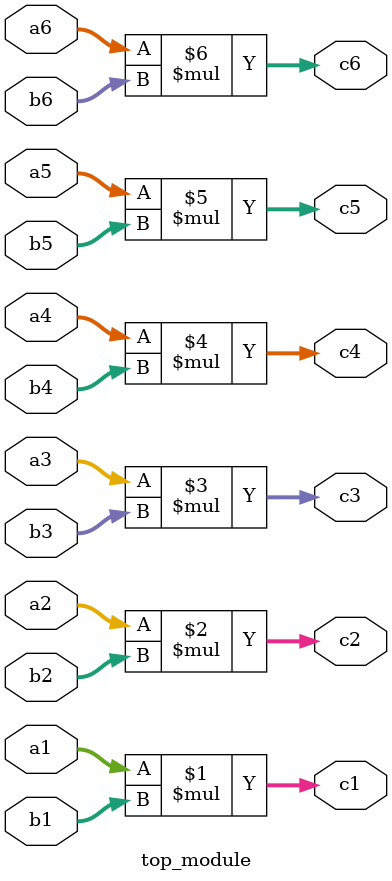
<source format=v>
module top_module
(
    
    input [4:0] a1,a2,a3,a4,a5,b1,b2,b3,b4,b5,a6,b6,
    output [9:0] c1,c2,c3,c4,c5,c6
   
);
  assign c1 = a1 * b1;
  assign c2 = a2 * b2;
  assign c3 = a3 * b3;
  assign c4 = a4 * b4;
  assign c5 = a5 * b5;
  assign c6 = a6 * b6; 
endmodule

</source>
